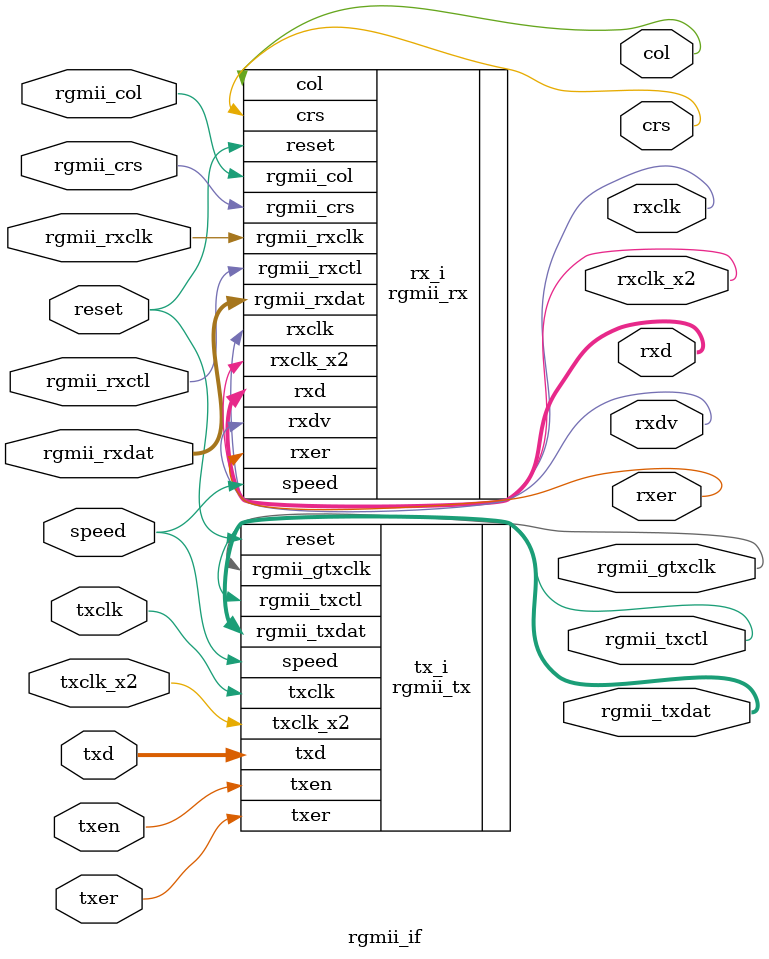
<source format=v>
module rgmii_if(
	input reset,
	input speed, // 0 - 10/100M, 1 - 1000M

	// RGMII interface
	input rgmii_rxclk, // 125M/25M/2.5M
	input [3:0] rgmii_rxdat,
	input rgmii_rxctl,
	output rgmii_gtxclk, // 125M/25M/2.5M
	output [3:0] rgmii_txdat,
	output rgmii_txctl,
	input rgmii_crs,
	input rgmii_col,

	// GMII interface
	input txclk_x2, // 125M/25M/2.5M, used in 10M/100M mode
	input txclk, // 125M/12.5M/1.25M
	input [7:0] txd,
	input txen,
	input txer,
	output rxclk_x2, // 125M/25M/2.5M
	output rxclk, // 125M/12.5M/1.25M
	output [7:0] rxd,
	output rxdv,
	output rxer,
	output crs,
	output col
);
// EXTERNAL - input clock has 2ns delay, output clock edge-aligned with data
// INTERNAL - input clock has no delay, output clock delayed 2ns after data
parameter DELAY_MODE = "INTERNAL";
parameter RX_MODE = (DELAY_MODE=="INTERNAL") ? "STANDARD" : "DELAYED";
parameter TX_MODE = (DELAY_MODE=="INTERNAL") ? "DELAYED" : "STANDARD";

rgmii_rx #(.MODE(RX_MODE)) rx_i(
	.reset(reset),
	.speed(speed),
	.rgmii_rxclk(rgmii_rxclk),
	.rgmii_rxdat(rgmii_rxdat),
	.rgmii_rxctl(rgmii_rxctl),
	.rgmii_crs(rgmii_crs),
	.rgmii_col(rgmii_col),
	.rxclk_x2(rxclk_x2),
	.rxclk(rxclk),
	.rxd(rxd),
	.rxdv(rxdv),
	.rxer(rxer),
	.crs(crs),
	.col(col)
);

rgmii_tx #(.MODE(TX_MODE)) tx_i(
	.reset(reset),
	.speed(speed),
	.txclk_x2(txclk_x2),
	.txclk(txclk),
	.txd(txd),
	.txen(txen),
	.txer(txer),
	.rgmii_gtxclk(rgmii_gtxclk),
	.rgmii_txdat(rgmii_txdat),
	.rgmii_txctl(rgmii_txctl)
);

endmodule

</source>
